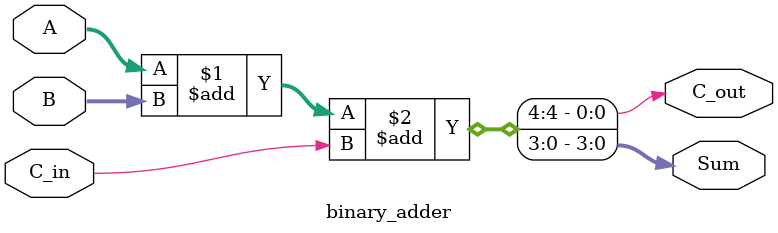
<source format=v>
module binary_adder(Sum,C_out,A,B,C_in);
  output [3:0] Sum;
  output C_out;
  input [3:0] A,B;
  input C_in;

  assign {C_out,Sum} = A+B+C_in;
endmodule

  


</source>
